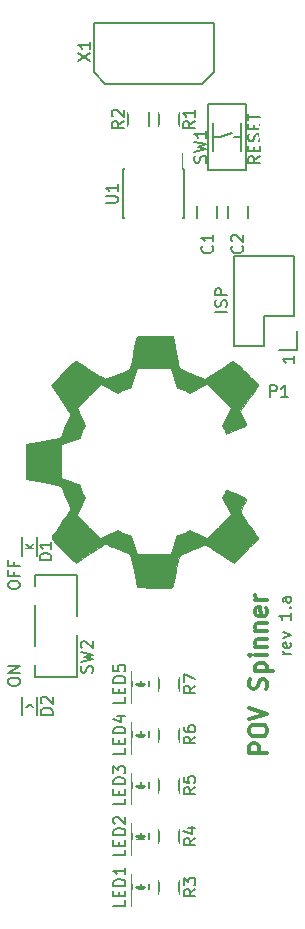
<source format=gto>
G04 #@! TF.GenerationSoftware,KiCad,Pcbnew,(2017-01-24 revision 0b6147e)-makepkg*
G04 #@! TF.CreationDate,2017-06-09T12:43:39-07:00*
G04 #@! TF.ProjectId,POVSpinner,504F565370696E6E65722E6B69636164,rev?*
G04 #@! TF.FileFunction,Legend,Top*
G04 #@! TF.FilePolarity,Positive*
%FSLAX46Y46*%
G04 Gerber Fmt 4.6, Leading zero omitted, Abs format (unit mm)*
G04 Created by KiCad (PCBNEW (2017-01-24 revision 0b6147e)-makepkg) date 06/09/17 12:43:39*
%MOMM*%
%LPD*%
G01*
G04 APERTURE LIST*
%ADD10C,0.100000*%
%ADD11C,0.150000*%
%ADD12C,0.300000*%
%ADD13C,0.010000*%
%ADD14C,0.127000*%
%ADD15C,0.007620*%
%ADD16C,0.152400*%
%ADD17R,1.000000X1.950000*%
%ADD18C,3.500000*%
%ADD19R,1.650000X1.400000*%
%ADD20R,1.100000X1.000000*%
%ADD21R,1.598880X1.598880*%
%ADD22R,1.700000X1.100000*%
%ADD23R,0.901700X1.303020*%
%ADD24R,1.800000X1.600000*%
%ADD25C,1.300000*%
%ADD26C,1.504000*%
%ADD27C,1.650006*%
%ADD28R,2.299920X2.299920*%
%ADD29R,0.652780X1.602740*%
%ADD30C,1.900000*%
%ADD31C,13.100000*%
%ADD32R,2.127200X2.127200*%
%ADD33O,2.127200X2.127200*%
G04 APERTURE END LIST*
D10*
D11*
X136432380Y-77134285D02*
X136432380Y-77705714D01*
X136432380Y-77420000D02*
X135432380Y-77420000D01*
X135575238Y-77515238D01*
X135670476Y-77610476D01*
X135718095Y-77705714D01*
X136132380Y-102398571D02*
X135465714Y-102398571D01*
X135656190Y-102398571D02*
X135560952Y-102350952D01*
X135513333Y-102303333D01*
X135465714Y-102208095D01*
X135465714Y-102112857D01*
X136084761Y-101398571D02*
X136132380Y-101493809D01*
X136132380Y-101684285D01*
X136084761Y-101779523D01*
X135989523Y-101827142D01*
X135608571Y-101827142D01*
X135513333Y-101779523D01*
X135465714Y-101684285D01*
X135465714Y-101493809D01*
X135513333Y-101398571D01*
X135608571Y-101350952D01*
X135703809Y-101350952D01*
X135799047Y-101827142D01*
X135465714Y-101017619D02*
X136132380Y-100779523D01*
X135465714Y-100541428D01*
X136132380Y-98874761D02*
X136132380Y-99446190D01*
X136132380Y-99160476D02*
X135132380Y-99160476D01*
X135275238Y-99255714D01*
X135370476Y-99350952D01*
X135418095Y-99446190D01*
X136037142Y-98446190D02*
X136084761Y-98398571D01*
X136132380Y-98446190D01*
X136084761Y-98493809D01*
X136037142Y-98446190D01*
X136132380Y-98446190D01*
X136132380Y-97541428D02*
X135608571Y-97541428D01*
X135513333Y-97589047D01*
X135465714Y-97684285D01*
X135465714Y-97874761D01*
X135513333Y-97970000D01*
X136084761Y-97541428D02*
X136132380Y-97636666D01*
X136132380Y-97874761D01*
X136084761Y-97970000D01*
X135989523Y-98017619D01*
X135894285Y-98017619D01*
X135799047Y-97970000D01*
X135751428Y-97874761D01*
X135751428Y-97636666D01*
X135703809Y-97541428D01*
D12*
X134118571Y-110767142D02*
X132618571Y-110767142D01*
X132618571Y-110195714D01*
X132690000Y-110052857D01*
X132761428Y-109981428D01*
X132904285Y-109910000D01*
X133118571Y-109910000D01*
X133261428Y-109981428D01*
X133332857Y-110052857D01*
X133404285Y-110195714D01*
X133404285Y-110767142D01*
X132618571Y-108981428D02*
X132618571Y-108695714D01*
X132690000Y-108552857D01*
X132832857Y-108410000D01*
X133118571Y-108338571D01*
X133618571Y-108338571D01*
X133904285Y-108410000D01*
X134047142Y-108552857D01*
X134118571Y-108695714D01*
X134118571Y-108981428D01*
X134047142Y-109124285D01*
X133904285Y-109267142D01*
X133618571Y-109338571D01*
X133118571Y-109338571D01*
X132832857Y-109267142D01*
X132690000Y-109124285D01*
X132618571Y-108981428D01*
X132618571Y-107910000D02*
X134118571Y-107410000D01*
X132618571Y-106910000D01*
X134047142Y-105338571D02*
X134118571Y-105124285D01*
X134118571Y-104767142D01*
X134047142Y-104624285D01*
X133975714Y-104552857D01*
X133832857Y-104481428D01*
X133690000Y-104481428D01*
X133547142Y-104552857D01*
X133475714Y-104624285D01*
X133404285Y-104767142D01*
X133332857Y-105052857D01*
X133261428Y-105195714D01*
X133190000Y-105267142D01*
X133047142Y-105338571D01*
X132904285Y-105338571D01*
X132761428Y-105267142D01*
X132690000Y-105195714D01*
X132618571Y-105052857D01*
X132618571Y-104695714D01*
X132690000Y-104481428D01*
X133118571Y-103838571D02*
X134618571Y-103838571D01*
X133190000Y-103838571D02*
X133118571Y-103695714D01*
X133118571Y-103410000D01*
X133190000Y-103267142D01*
X133261428Y-103195714D01*
X133404285Y-103124285D01*
X133832857Y-103124285D01*
X133975714Y-103195714D01*
X134047142Y-103267142D01*
X134118571Y-103410000D01*
X134118571Y-103695714D01*
X134047142Y-103838571D01*
X134118571Y-102481428D02*
X133118571Y-102481428D01*
X132618571Y-102481428D02*
X132690000Y-102552857D01*
X132761428Y-102481428D01*
X132690000Y-102410000D01*
X132618571Y-102481428D01*
X132761428Y-102481428D01*
X133118571Y-101767142D02*
X134118571Y-101767142D01*
X133261428Y-101767142D02*
X133190000Y-101695714D01*
X133118571Y-101552857D01*
X133118571Y-101338571D01*
X133190000Y-101195714D01*
X133332857Y-101124285D01*
X134118571Y-101124285D01*
X133118571Y-100410000D02*
X134118571Y-100410000D01*
X133261428Y-100410000D02*
X133190000Y-100338571D01*
X133118571Y-100195714D01*
X133118571Y-99981428D01*
X133190000Y-99838571D01*
X133332857Y-99767142D01*
X134118571Y-99767142D01*
X134047142Y-98481428D02*
X134118571Y-98624285D01*
X134118571Y-98910000D01*
X134047142Y-99052857D01*
X133904285Y-99124285D01*
X133332857Y-99124285D01*
X133190000Y-99052857D01*
X133118571Y-98910000D01*
X133118571Y-98624285D01*
X133190000Y-98481428D01*
X133332857Y-98410000D01*
X133475714Y-98410000D01*
X133618571Y-99124285D01*
X134118571Y-97767142D02*
X133118571Y-97767142D01*
X133404285Y-97767142D02*
X133261428Y-97695714D01*
X133190000Y-97624285D01*
X133118571Y-97481428D01*
X133118571Y-97338571D01*
D11*
X130712380Y-73416190D02*
X129712380Y-73416190D01*
X130664761Y-72987619D02*
X130712380Y-72844761D01*
X130712380Y-72606666D01*
X130664761Y-72511428D01*
X130617142Y-72463809D01*
X130521904Y-72416190D01*
X130426666Y-72416190D01*
X130331428Y-72463809D01*
X130283809Y-72511428D01*
X130236190Y-72606666D01*
X130188571Y-72797142D01*
X130140952Y-72892380D01*
X130093333Y-72940000D01*
X129998095Y-72987619D01*
X129902857Y-72987619D01*
X129807619Y-72940000D01*
X129760000Y-72892380D01*
X129712380Y-72797142D01*
X129712380Y-72559047D01*
X129760000Y-72416190D01*
X130712380Y-71987619D02*
X129712380Y-71987619D01*
X129712380Y-71606666D01*
X129760000Y-71511428D01*
X129807619Y-71463809D01*
X129902857Y-71416190D01*
X130045714Y-71416190D01*
X130140952Y-71463809D01*
X130188571Y-71511428D01*
X130236190Y-71606666D01*
X130236190Y-71987619D01*
X112192380Y-104797619D02*
X112192380Y-104607142D01*
X112240000Y-104511904D01*
X112335238Y-104416666D01*
X112525714Y-104369047D01*
X112859047Y-104369047D01*
X113049523Y-104416666D01*
X113144761Y-104511904D01*
X113192380Y-104607142D01*
X113192380Y-104797619D01*
X113144761Y-104892857D01*
X113049523Y-104988095D01*
X112859047Y-105035714D01*
X112525714Y-105035714D01*
X112335238Y-104988095D01*
X112240000Y-104892857D01*
X112192380Y-104797619D01*
X113192380Y-103940476D02*
X112192380Y-103940476D01*
X113192380Y-103369047D01*
X112192380Y-103369047D01*
X112192380Y-96607142D02*
X112192380Y-96416666D01*
X112240000Y-96321428D01*
X112335238Y-96226190D01*
X112525714Y-96178571D01*
X112859047Y-96178571D01*
X113049523Y-96226190D01*
X113144761Y-96321428D01*
X113192380Y-96416666D01*
X113192380Y-96607142D01*
X113144761Y-96702380D01*
X113049523Y-96797619D01*
X112859047Y-96845238D01*
X112525714Y-96845238D01*
X112335238Y-96797619D01*
X112240000Y-96702380D01*
X112192380Y-96607142D01*
X112668571Y-95416666D02*
X112668571Y-95750000D01*
X113192380Y-95750000D02*
X112192380Y-95750000D01*
X112192380Y-95273809D01*
X112668571Y-94559523D02*
X112668571Y-94892857D01*
X113192380Y-94892857D02*
X112192380Y-94892857D01*
X112192380Y-94416666D01*
X133512380Y-60232380D02*
X133036190Y-60565714D01*
X133512380Y-60803809D02*
X132512380Y-60803809D01*
X132512380Y-60422857D01*
X132560000Y-60327619D01*
X132607619Y-60280000D01*
X132702857Y-60232380D01*
X132845714Y-60232380D01*
X132940952Y-60280000D01*
X132988571Y-60327619D01*
X133036190Y-60422857D01*
X133036190Y-60803809D01*
X132988571Y-59803809D02*
X132988571Y-59470476D01*
X133512380Y-59327619D02*
X133512380Y-59803809D01*
X132512380Y-59803809D01*
X132512380Y-59327619D01*
X133464761Y-58946666D02*
X133512380Y-58803809D01*
X133512380Y-58565714D01*
X133464761Y-58470476D01*
X133417142Y-58422857D01*
X133321904Y-58375238D01*
X133226666Y-58375238D01*
X133131428Y-58422857D01*
X133083809Y-58470476D01*
X133036190Y-58565714D01*
X132988571Y-58756190D01*
X132940952Y-58851428D01*
X132893333Y-58899047D01*
X132798095Y-58946666D01*
X132702857Y-58946666D01*
X132607619Y-58899047D01*
X132560000Y-58851428D01*
X132512380Y-58756190D01*
X132512380Y-58518095D01*
X132560000Y-58375238D01*
X132988571Y-57946666D02*
X132988571Y-57613333D01*
X133512380Y-57470476D02*
X133512380Y-57946666D01*
X132512380Y-57946666D01*
X132512380Y-57470476D01*
X132512380Y-57184761D02*
X132512380Y-56613333D01*
X133512380Y-56899047D02*
X132512380Y-56899047D01*
X127075000Y-61325000D02*
X126930000Y-61325000D01*
X127075000Y-65475000D02*
X126930000Y-65475000D01*
X121925000Y-65475000D02*
X122070000Y-65475000D01*
X121925000Y-61325000D02*
X122070000Y-61325000D01*
X127075000Y-61325000D02*
X127075000Y-65475000D01*
X121925000Y-61325000D02*
X121925000Y-65475000D01*
X126930000Y-61325000D02*
X126930000Y-59925000D01*
D13*
G36*
X114702333Y-84423284D02*
X115150432Y-84337041D01*
X115587187Y-84250559D01*
X115958126Y-84174757D01*
X116180665Y-84126951D01*
X116642997Y-84023000D01*
X117045915Y-83091666D01*
X117203126Y-82721412D01*
X117332089Y-82404632D01*
X117419342Y-82175307D01*
X117451417Y-82067992D01*
X117405893Y-81970820D01*
X117278298Y-81760823D01*
X117084820Y-81463087D01*
X116841643Y-81102697D01*
X116649667Y-80825366D01*
X116381453Y-80437856D01*
X116151164Y-80097627D01*
X115974968Y-79829178D01*
X115869031Y-79657005D01*
X115845333Y-79606645D01*
X115902849Y-79521825D01*
X116059065Y-79345183D01*
X116289482Y-79101071D01*
X116569602Y-78813840D01*
X116874926Y-78507841D01*
X117180956Y-78207425D01*
X117463193Y-77936943D01*
X117697138Y-77720746D01*
X117858294Y-77583185D01*
X117918343Y-77546119D01*
X118014653Y-77591015D01*
X118225511Y-77715031D01*
X118525296Y-77902283D01*
X118888384Y-78136885D01*
X119147333Y-78308000D01*
X119542514Y-78565834D01*
X119896356Y-78786353D01*
X120181805Y-78953497D01*
X120371811Y-79051205D01*
X120430618Y-79069881D01*
X120559541Y-79038042D01*
X120803346Y-78953167D01*
X121122664Y-78831368D01*
X121478122Y-78688759D01*
X121830352Y-78541450D01*
X122139981Y-78405554D01*
X122367639Y-78297184D01*
X122472129Y-78234404D01*
X122510575Y-78131888D01*
X122572669Y-77893006D01*
X122651376Y-77547924D01*
X122739662Y-77126806D01*
X122791387Y-76865279D01*
X122882112Y-76414216D01*
X122967450Y-76021883D01*
X123040321Y-75718503D01*
X123093648Y-75534301D01*
X123112512Y-75494287D01*
X123215986Y-75473019D01*
X123459826Y-75457098D01*
X123815125Y-75447384D01*
X124252974Y-75444739D01*
X124652614Y-75448437D01*
X126123636Y-75471666D01*
X126382518Y-76826271D01*
X126641399Y-78180875D01*
X127765309Y-78625188D01*
X128889218Y-79069500D01*
X130035154Y-78302543D01*
X130424897Y-78046294D01*
X130767553Y-77829678D01*
X131037882Y-77667967D01*
X131210647Y-77576428D01*
X131259252Y-77561959D01*
X131350528Y-77628549D01*
X131534510Y-77787865D01*
X131786403Y-78016335D01*
X132081411Y-78290389D01*
X132394736Y-78586452D01*
X132701583Y-78880954D01*
X132977155Y-79150321D01*
X133196656Y-79370983D01*
X133335289Y-79519366D01*
X133371333Y-79569761D01*
X133324806Y-79657513D01*
X133196360Y-79857896D01*
X133002699Y-80145893D01*
X132760527Y-80496487D01*
X132601064Y-80723404D01*
X131830794Y-81812768D01*
X132108688Y-82387203D01*
X132237061Y-82666247D01*
X132323411Y-82880938D01*
X132352011Y-82991480D01*
X132349791Y-82997266D01*
X132261293Y-83040844D01*
X132047304Y-83133323D01*
X131739752Y-83261218D01*
X131370568Y-83411040D01*
X131363608Y-83413833D01*
X130414216Y-83794773D01*
X130061306Y-83146886D01*
X129665211Y-82541374D01*
X129151401Y-81938011D01*
X128563217Y-81378786D01*
X127944002Y-80905683D01*
X127444667Y-80612042D01*
X126458338Y-80209988D01*
X125451968Y-79974495D01*
X124436029Y-79905563D01*
X123420992Y-80003194D01*
X122417329Y-80267385D01*
X121602667Y-80612042D01*
X121040190Y-80951700D01*
X120459907Y-81405097D01*
X119905293Y-81930707D01*
X119419818Y-82487004D01*
X119046956Y-83032464D01*
X119021540Y-83077557D01*
X118597995Y-84009547D01*
X118334079Y-84970910D01*
X118227120Y-85944709D01*
X118274448Y-86914009D01*
X118473392Y-87861874D01*
X118821280Y-88771367D01*
X119315442Y-89625552D01*
X119953206Y-90407494D01*
X120218823Y-90669333D01*
X120810857Y-91170717D01*
X121407143Y-91562971D01*
X122071605Y-91884688D01*
X122511884Y-92053623D01*
X122810240Y-92156566D01*
X123057865Y-92228615D01*
X123296567Y-92275258D01*
X123568156Y-92301985D01*
X123914442Y-92314283D01*
X124377234Y-92317641D01*
X124523667Y-92317727D01*
X125024077Y-92315809D01*
X125396977Y-92306397D01*
X125684173Y-92284001D01*
X125927478Y-92243132D01*
X126168699Y-92178303D01*
X126449648Y-92084024D01*
X126535449Y-92053623D01*
X127253220Y-91762623D01*
X127866610Y-91426886D01*
X128440495Y-91006795D01*
X128863161Y-90632201D01*
X129132846Y-90353870D01*
X129419529Y-90017240D01*
X129700741Y-89653854D01*
X129954015Y-89295251D01*
X130156883Y-88972974D01*
X130286877Y-88718564D01*
X130323333Y-88582369D01*
X130374272Y-88451380D01*
X130396233Y-88432939D01*
X130502988Y-88443559D01*
X130725017Y-88510010D01*
X131024025Y-88616772D01*
X131361718Y-88748327D01*
X131699801Y-88889157D01*
X131999981Y-89023742D01*
X132223963Y-89136565D01*
X132333453Y-89212106D01*
X132337806Y-89219752D01*
X132314590Y-89336799D01*
X132223292Y-89549615D01*
X132100162Y-89782379D01*
X131966563Y-90042418D01*
X131885293Y-90253610D01*
X131873012Y-90360130D01*
X131934749Y-90464608D01*
X132076702Y-90679323D01*
X132280324Y-90976964D01*
X132527071Y-91330219D01*
X132642929Y-91493987D01*
X132898039Y-91855034D01*
X133114140Y-92164343D01*
X133274097Y-92397116D01*
X133360779Y-92528557D01*
X133371333Y-92548270D01*
X133314425Y-92614321D01*
X133156558Y-92779833D01*
X132917017Y-93025038D01*
X132615090Y-93330171D01*
X132324038Y-93621655D01*
X131276743Y-94666435D01*
X130124941Y-93895551D01*
X129733704Y-93636767D01*
X129389638Y-93414964D01*
X129118007Y-93245972D01*
X128944075Y-93145621D01*
X128894600Y-93124666D01*
X128769486Y-93155645D01*
X128527419Y-93238546D01*
X128206077Y-93358313D01*
X127843136Y-93499894D01*
X127476273Y-93648234D01*
X127143165Y-93788279D01*
X126881488Y-93904975D01*
X126728919Y-93983267D01*
X126709170Y-93997875D01*
X126658021Y-94114025D01*
X126586559Y-94363988D01*
X126503073Y-94714677D01*
X126415853Y-95133007D01*
X126387026Y-95283666D01*
X126303932Y-95722248D01*
X126228508Y-96109703D01*
X126167668Y-96411284D01*
X126128321Y-96592245D01*
X126121372Y-96619094D01*
X126093142Y-96672952D01*
X126029121Y-96711471D01*
X125905619Y-96736603D01*
X125698946Y-96750302D01*
X125385415Y-96754520D01*
X124941334Y-96751212D01*
X124580849Y-96746094D01*
X123084333Y-96723000D01*
X122892349Y-95749333D01*
X122806056Y-95312329D01*
X122722240Y-94888984D01*
X122651790Y-94534238D01*
X122613294Y-94341353D01*
X122526224Y-93907040D01*
X121492005Y-93473520D01*
X121103926Y-93312765D01*
X120772240Y-93178984D01*
X120527990Y-93084430D01*
X120402215Y-93041358D01*
X120393911Y-93040000D01*
X120305740Y-93084826D01*
X120101626Y-93209006D01*
X119805934Y-93397097D01*
X119443031Y-93633654D01*
X119131472Y-93840215D01*
X117932908Y-94640431D01*
X117206621Y-93974505D01*
X116736791Y-93539479D01*
X116382742Y-93200419D01*
X116131710Y-92943061D01*
X115970932Y-92753144D01*
X115887644Y-92616404D01*
X115869082Y-92518579D01*
X115876515Y-92488196D01*
X115942251Y-92372794D01*
X116088024Y-92147067D01*
X116295482Y-91838506D01*
X116546275Y-91474603D01*
X116692199Y-91266270D01*
X116953782Y-90889526D01*
X117176613Y-90558329D01*
X117343876Y-90298499D01*
X117438754Y-90135855D01*
X117454000Y-90096690D01*
X117422767Y-89993463D01*
X117339673Y-89773327D01*
X117220626Y-89474554D01*
X117081535Y-89135416D01*
X116938308Y-88794186D01*
X116806852Y-88489135D01*
X116703076Y-88258536D01*
X116642888Y-88140661D01*
X116638661Y-88135130D01*
X116548356Y-88108875D01*
X116318817Y-88058680D01*
X115977556Y-87990099D01*
X115552085Y-87908687D01*
X115145575Y-87833693D01*
X113686333Y-87568791D01*
X113686333Y-84615666D01*
X114702333Y-84423284D01*
X114702333Y-84423284D01*
G37*
X114702333Y-84423284D02*
X115150432Y-84337041D01*
X115587187Y-84250559D01*
X115958126Y-84174757D01*
X116180665Y-84126951D01*
X116642997Y-84023000D01*
X117045915Y-83091666D01*
X117203126Y-82721412D01*
X117332089Y-82404632D01*
X117419342Y-82175307D01*
X117451417Y-82067992D01*
X117405893Y-81970820D01*
X117278298Y-81760823D01*
X117084820Y-81463087D01*
X116841643Y-81102697D01*
X116649667Y-80825366D01*
X116381453Y-80437856D01*
X116151164Y-80097627D01*
X115974968Y-79829178D01*
X115869031Y-79657005D01*
X115845333Y-79606645D01*
X115902849Y-79521825D01*
X116059065Y-79345183D01*
X116289482Y-79101071D01*
X116569602Y-78813840D01*
X116874926Y-78507841D01*
X117180956Y-78207425D01*
X117463193Y-77936943D01*
X117697138Y-77720746D01*
X117858294Y-77583185D01*
X117918343Y-77546119D01*
X118014653Y-77591015D01*
X118225511Y-77715031D01*
X118525296Y-77902283D01*
X118888384Y-78136885D01*
X119147333Y-78308000D01*
X119542514Y-78565834D01*
X119896356Y-78786353D01*
X120181805Y-78953497D01*
X120371811Y-79051205D01*
X120430618Y-79069881D01*
X120559541Y-79038042D01*
X120803346Y-78953167D01*
X121122664Y-78831368D01*
X121478122Y-78688759D01*
X121830352Y-78541450D01*
X122139981Y-78405554D01*
X122367639Y-78297184D01*
X122472129Y-78234404D01*
X122510575Y-78131888D01*
X122572669Y-77893006D01*
X122651376Y-77547924D01*
X122739662Y-77126806D01*
X122791387Y-76865279D01*
X122882112Y-76414216D01*
X122967450Y-76021883D01*
X123040321Y-75718503D01*
X123093648Y-75534301D01*
X123112512Y-75494287D01*
X123215986Y-75473019D01*
X123459826Y-75457098D01*
X123815125Y-75447384D01*
X124252974Y-75444739D01*
X124652614Y-75448437D01*
X126123636Y-75471666D01*
X126382518Y-76826271D01*
X126641399Y-78180875D01*
X127765309Y-78625188D01*
X128889218Y-79069500D01*
X130035154Y-78302543D01*
X130424897Y-78046294D01*
X130767553Y-77829678D01*
X131037882Y-77667967D01*
X131210647Y-77576428D01*
X131259252Y-77561959D01*
X131350528Y-77628549D01*
X131534510Y-77787865D01*
X131786403Y-78016335D01*
X132081411Y-78290389D01*
X132394736Y-78586452D01*
X132701583Y-78880954D01*
X132977155Y-79150321D01*
X133196656Y-79370983D01*
X133335289Y-79519366D01*
X133371333Y-79569761D01*
X133324806Y-79657513D01*
X133196360Y-79857896D01*
X133002699Y-80145893D01*
X132760527Y-80496487D01*
X132601064Y-80723404D01*
X131830794Y-81812768D01*
X132108688Y-82387203D01*
X132237061Y-82666247D01*
X132323411Y-82880938D01*
X132352011Y-82991480D01*
X132349791Y-82997266D01*
X132261293Y-83040844D01*
X132047304Y-83133323D01*
X131739752Y-83261218D01*
X131370568Y-83411040D01*
X131363608Y-83413833D01*
X130414216Y-83794773D01*
X130061306Y-83146886D01*
X129665211Y-82541374D01*
X129151401Y-81938011D01*
X128563217Y-81378786D01*
X127944002Y-80905683D01*
X127444667Y-80612042D01*
X126458338Y-80209988D01*
X125451968Y-79974495D01*
X124436029Y-79905563D01*
X123420992Y-80003194D01*
X122417329Y-80267385D01*
X121602667Y-80612042D01*
X121040190Y-80951700D01*
X120459907Y-81405097D01*
X119905293Y-81930707D01*
X119419818Y-82487004D01*
X119046956Y-83032464D01*
X119021540Y-83077557D01*
X118597995Y-84009547D01*
X118334079Y-84970910D01*
X118227120Y-85944709D01*
X118274448Y-86914009D01*
X118473392Y-87861874D01*
X118821280Y-88771367D01*
X119315442Y-89625552D01*
X119953206Y-90407494D01*
X120218823Y-90669333D01*
X120810857Y-91170717D01*
X121407143Y-91562971D01*
X122071605Y-91884688D01*
X122511884Y-92053623D01*
X122810240Y-92156566D01*
X123057865Y-92228615D01*
X123296567Y-92275258D01*
X123568156Y-92301985D01*
X123914442Y-92314283D01*
X124377234Y-92317641D01*
X124523667Y-92317727D01*
X125024077Y-92315809D01*
X125396977Y-92306397D01*
X125684173Y-92284001D01*
X125927478Y-92243132D01*
X126168699Y-92178303D01*
X126449648Y-92084024D01*
X126535449Y-92053623D01*
X127253220Y-91762623D01*
X127866610Y-91426886D01*
X128440495Y-91006795D01*
X128863161Y-90632201D01*
X129132846Y-90353870D01*
X129419529Y-90017240D01*
X129700741Y-89653854D01*
X129954015Y-89295251D01*
X130156883Y-88972974D01*
X130286877Y-88718564D01*
X130323333Y-88582369D01*
X130374272Y-88451380D01*
X130396233Y-88432939D01*
X130502988Y-88443559D01*
X130725017Y-88510010D01*
X131024025Y-88616772D01*
X131361718Y-88748327D01*
X131699801Y-88889157D01*
X131999981Y-89023742D01*
X132223963Y-89136565D01*
X132333453Y-89212106D01*
X132337806Y-89219752D01*
X132314590Y-89336799D01*
X132223292Y-89549615D01*
X132100162Y-89782379D01*
X131966563Y-90042418D01*
X131885293Y-90253610D01*
X131873012Y-90360130D01*
X131934749Y-90464608D01*
X132076702Y-90679323D01*
X132280324Y-90976964D01*
X132527071Y-91330219D01*
X132642929Y-91493987D01*
X132898039Y-91855034D01*
X133114140Y-92164343D01*
X133274097Y-92397116D01*
X133360779Y-92528557D01*
X133371333Y-92548270D01*
X133314425Y-92614321D01*
X133156558Y-92779833D01*
X132917017Y-93025038D01*
X132615090Y-93330171D01*
X132324038Y-93621655D01*
X131276743Y-94666435D01*
X130124941Y-93895551D01*
X129733704Y-93636767D01*
X129389638Y-93414964D01*
X129118007Y-93245972D01*
X128944075Y-93145621D01*
X128894600Y-93124666D01*
X128769486Y-93155645D01*
X128527419Y-93238546D01*
X128206077Y-93358313D01*
X127843136Y-93499894D01*
X127476273Y-93648234D01*
X127143165Y-93788279D01*
X126881488Y-93904975D01*
X126728919Y-93983267D01*
X126709170Y-93997875D01*
X126658021Y-94114025D01*
X126586559Y-94363988D01*
X126503073Y-94714677D01*
X126415853Y-95133007D01*
X126387026Y-95283666D01*
X126303932Y-95722248D01*
X126228508Y-96109703D01*
X126167668Y-96411284D01*
X126128321Y-96592245D01*
X126121372Y-96619094D01*
X126093142Y-96672952D01*
X126029121Y-96711471D01*
X125905619Y-96736603D01*
X125698946Y-96750302D01*
X125385415Y-96754520D01*
X124941334Y-96751212D01*
X124580849Y-96746094D01*
X123084333Y-96723000D01*
X122892349Y-95749333D01*
X122806056Y-95312329D01*
X122722240Y-94888984D01*
X122651790Y-94534238D01*
X122613294Y-94341353D01*
X122526224Y-93907040D01*
X121492005Y-93473520D01*
X121103926Y-93312765D01*
X120772240Y-93178984D01*
X120527990Y-93084430D01*
X120402215Y-93041358D01*
X120393911Y-93040000D01*
X120305740Y-93084826D01*
X120101626Y-93209006D01*
X119805934Y-93397097D01*
X119443031Y-93633654D01*
X119131472Y-93840215D01*
X117932908Y-94640431D01*
X117206621Y-93974505D01*
X116736791Y-93539479D01*
X116382742Y-93200419D01*
X116131710Y-92943061D01*
X115970932Y-92753144D01*
X115887644Y-92616404D01*
X115869082Y-92518579D01*
X115876515Y-92488196D01*
X115942251Y-92372794D01*
X116088024Y-92147067D01*
X116295482Y-91838506D01*
X116546275Y-91474603D01*
X116692199Y-91266270D01*
X116953782Y-90889526D01*
X117176613Y-90558329D01*
X117343876Y-90298499D01*
X117438754Y-90135855D01*
X117454000Y-90096690D01*
X117422767Y-89993463D01*
X117339673Y-89773327D01*
X117220626Y-89474554D01*
X117081535Y-89135416D01*
X116938308Y-88794186D01*
X116806852Y-88489135D01*
X116703076Y-88258536D01*
X116642888Y-88140661D01*
X116638661Y-88135130D01*
X116548356Y-88108875D01*
X116318817Y-88058680D01*
X115977556Y-87990099D01*
X115552085Y-87908687D01*
X115145575Y-87833693D01*
X113686333Y-87568791D01*
X113686333Y-84615666D01*
X114702333Y-84423284D01*
D11*
X128200000Y-64430000D02*
X128200000Y-65430000D01*
X129900000Y-65430000D02*
X129900000Y-64430000D01*
X132480000Y-65420000D02*
X132480000Y-64420000D01*
X130780000Y-64420000D02*
X130780000Y-65420000D01*
X114600000Y-94031000D02*
X114600000Y-92481000D01*
X113400000Y-94031000D02*
X113400000Y-92481000D01*
X114000000Y-93377000D02*
X114381000Y-92996000D01*
X113619000Y-92996000D02*
X114000000Y-93377000D01*
X114381000Y-92996000D02*
X113619000Y-92996000D01*
X114381000Y-93504000D02*
X113619000Y-93504000D01*
X113619000Y-106496000D02*
X114381000Y-106496000D01*
X113619000Y-107004000D02*
X114381000Y-107004000D01*
X114381000Y-107004000D02*
X114000000Y-106623000D01*
X114000000Y-106623000D02*
X113619000Y-107004000D01*
X114600000Y-105969000D02*
X114600000Y-107519000D01*
X113400000Y-105969000D02*
X113400000Y-107519000D01*
X124150000Y-123700000D02*
X124150000Y-121000000D01*
X122650000Y-123700000D02*
X122650000Y-121000000D01*
X123550000Y-122200000D02*
X123300000Y-122200000D01*
X123300000Y-122200000D02*
X123450000Y-122350000D01*
X123050000Y-122450000D02*
X123750000Y-122450000D01*
X123400000Y-122100000D02*
X123400000Y-121750000D01*
X123400000Y-122450000D02*
X123050000Y-122100000D01*
X123050000Y-122100000D02*
X123750000Y-122100000D01*
X123750000Y-122100000D02*
X123400000Y-122450000D01*
X123750000Y-117800000D02*
X123400000Y-118150000D01*
X123050000Y-117800000D02*
X123750000Y-117800000D01*
X123400000Y-118150000D02*
X123050000Y-117800000D01*
X123400000Y-117800000D02*
X123400000Y-117450000D01*
X123050000Y-118150000D02*
X123750000Y-118150000D01*
X123300000Y-117900000D02*
X123450000Y-118050000D01*
X123550000Y-117900000D02*
X123300000Y-117900000D01*
X122650000Y-119400000D02*
X122650000Y-116700000D01*
X124150000Y-119400000D02*
X124150000Y-116700000D01*
X124150000Y-115100000D02*
X124150000Y-112400000D01*
X122650000Y-115100000D02*
X122650000Y-112400000D01*
X123550000Y-113600000D02*
X123300000Y-113600000D01*
X123300000Y-113600000D02*
X123450000Y-113750000D01*
X123050000Y-113850000D02*
X123750000Y-113850000D01*
X123400000Y-113500000D02*
X123400000Y-113150000D01*
X123400000Y-113850000D02*
X123050000Y-113500000D01*
X123050000Y-113500000D02*
X123750000Y-113500000D01*
X123750000Y-113500000D02*
X123400000Y-113850000D01*
X123750000Y-109200000D02*
X123400000Y-109550000D01*
X123050000Y-109200000D02*
X123750000Y-109200000D01*
X123400000Y-109550000D02*
X123050000Y-109200000D01*
X123400000Y-109200000D02*
X123400000Y-108850000D01*
X123050000Y-109550000D02*
X123750000Y-109550000D01*
X123300000Y-109300000D02*
X123450000Y-109450000D01*
X123550000Y-109300000D02*
X123300000Y-109300000D01*
X122650000Y-110800000D02*
X122650000Y-108100000D01*
X124150000Y-110800000D02*
X124150000Y-108100000D01*
X124150000Y-106500000D02*
X124150000Y-103800000D01*
X122650000Y-106500000D02*
X122650000Y-103800000D01*
X123550000Y-105000000D02*
X123300000Y-105000000D01*
X123300000Y-105000000D02*
X123450000Y-105150000D01*
X123050000Y-105250000D02*
X123750000Y-105250000D01*
X123400000Y-104900000D02*
X123400000Y-104550000D01*
X123400000Y-105250000D02*
X123050000Y-104900000D01*
X123050000Y-104900000D02*
X123750000Y-104900000D01*
X123750000Y-104900000D02*
X123400000Y-105250000D01*
X126675000Y-56500000D02*
X126675000Y-57700000D01*
X124925000Y-57700000D02*
X124925000Y-56500000D01*
X122325000Y-57700000D02*
X122325000Y-56500000D01*
X124075000Y-56500000D02*
X124075000Y-57700000D01*
X126675000Y-121500000D02*
X126675000Y-122700000D01*
X124925000Y-122700000D02*
X124925000Y-121500000D01*
X124925000Y-118400000D02*
X124925000Y-117200000D01*
X126675000Y-117200000D02*
X126675000Y-118400000D01*
X126675000Y-112900000D02*
X126675000Y-114100000D01*
X124925000Y-114100000D02*
X124925000Y-112900000D01*
X124925000Y-109800000D02*
X124925000Y-108600000D01*
X126675000Y-108600000D02*
X126675000Y-109800000D01*
X126675000Y-104300000D02*
X126675000Y-105500000D01*
X124925000Y-105500000D02*
X124925000Y-104300000D01*
D14*
X132337660Y-55820920D02*
X132337660Y-61419080D01*
X132337660Y-61419080D02*
X129142340Y-61419080D01*
X129142340Y-61419080D02*
X129142340Y-55820920D01*
X129142340Y-55820920D02*
X132337660Y-55820920D01*
X131938880Y-57421120D02*
X131938880Y-58620000D01*
X131938880Y-58620000D02*
X131938880Y-59818880D01*
X129541120Y-57421120D02*
X129541120Y-58620000D01*
X129541120Y-58620000D02*
X129541120Y-59818880D01*
X129541120Y-58620000D02*
X130140560Y-58620000D01*
X131938880Y-58620000D02*
X131339440Y-58620000D01*
X130140560Y-58620000D02*
X131138780Y-58221220D01*
D11*
X114472000Y-95682000D02*
X114472000Y-96698000D01*
X114472000Y-98222000D02*
X114472000Y-101778000D01*
X118028000Y-104318000D02*
X118028000Y-100635000D01*
X114472000Y-104318000D02*
X118028000Y-104318000D01*
X114472000Y-103175000D02*
X114472000Y-104318000D01*
X118028000Y-95682000D02*
X114472000Y-95682000D01*
X118028000Y-99365000D02*
X118028000Y-95682000D01*
D15*
X128048380Y-50750980D02*
X128048380Y-50052480D01*
D14*
X119420000Y-53097940D02*
X119420000Y-48945040D01*
X120420760Y-54098700D02*
X119420000Y-53097940D01*
X128579240Y-54098700D02*
X120420760Y-54098700D01*
X129580000Y-53097940D02*
X128579240Y-54098700D01*
X129580000Y-48945040D02*
X129580000Y-53097940D01*
X129580000Y-48945040D02*
X119420000Y-48945040D01*
D11*
X130956895Y-86080000D02*
G75*
G03X130956895Y-86080000I-6406895J0D01*
G01*
X136360000Y-73780000D02*
X136360000Y-68700000D01*
X136640000Y-76600000D02*
X135090000Y-76600000D01*
X133820000Y-76320000D02*
X133820000Y-73780000D01*
X133820000Y-73780000D02*
X136360000Y-73780000D01*
X136360000Y-68700000D02*
X131280000Y-68700000D01*
X131280000Y-68700000D02*
X131280000Y-73780000D01*
X136640000Y-76600000D02*
X136640000Y-75050000D01*
X131280000Y-76320000D02*
X133820000Y-76320000D01*
X131280000Y-73780000D02*
X131280000Y-76320000D01*
X120452380Y-64161904D02*
X121261904Y-64161904D01*
X121357142Y-64114285D01*
X121404761Y-64066666D01*
X121452380Y-63971428D01*
X121452380Y-63780952D01*
X121404761Y-63685714D01*
X121357142Y-63638095D01*
X121261904Y-63590476D01*
X120452380Y-63590476D01*
X121452380Y-62590476D02*
X121452380Y-63161904D01*
X121452380Y-62876190D02*
X120452380Y-62876190D01*
X120595238Y-62971428D01*
X120690476Y-63066666D01*
X120738095Y-63161904D01*
X129447142Y-67816666D02*
X129494761Y-67864285D01*
X129542380Y-68007142D01*
X129542380Y-68102380D01*
X129494761Y-68245238D01*
X129399523Y-68340476D01*
X129304285Y-68388095D01*
X129113809Y-68435714D01*
X128970952Y-68435714D01*
X128780476Y-68388095D01*
X128685238Y-68340476D01*
X128590000Y-68245238D01*
X128542380Y-68102380D01*
X128542380Y-68007142D01*
X128590000Y-67864285D01*
X128637619Y-67816666D01*
X129542380Y-66864285D02*
X129542380Y-67435714D01*
X129542380Y-67150000D02*
X128542380Y-67150000D01*
X128685238Y-67245238D01*
X128780476Y-67340476D01*
X128828095Y-67435714D01*
X131987142Y-67816666D02*
X132034761Y-67864285D01*
X132082380Y-68007142D01*
X132082380Y-68102380D01*
X132034761Y-68245238D01*
X131939523Y-68340476D01*
X131844285Y-68388095D01*
X131653809Y-68435714D01*
X131510952Y-68435714D01*
X131320476Y-68388095D01*
X131225238Y-68340476D01*
X131130000Y-68245238D01*
X131082380Y-68102380D01*
X131082380Y-68007142D01*
X131130000Y-67864285D01*
X131177619Y-67816666D01*
X131177619Y-67435714D02*
X131130000Y-67388095D01*
X131082380Y-67292857D01*
X131082380Y-67054761D01*
X131130000Y-66959523D01*
X131177619Y-66911904D01*
X131272857Y-66864285D01*
X131368095Y-66864285D01*
X131510952Y-66911904D01*
X132082380Y-67483333D01*
X132082380Y-66864285D01*
X115852380Y-94408095D02*
X114852380Y-94408095D01*
X114852380Y-94170000D01*
X114900000Y-94027142D01*
X114995238Y-93931904D01*
X115090476Y-93884285D01*
X115280952Y-93836666D01*
X115423809Y-93836666D01*
X115614285Y-93884285D01*
X115709523Y-93931904D01*
X115804761Y-94027142D01*
X115852380Y-94170000D01*
X115852380Y-94408095D01*
X115852380Y-92884285D02*
X115852380Y-93455714D01*
X115852380Y-93170000D02*
X114852380Y-93170000D01*
X114995238Y-93265238D01*
X115090476Y-93360476D01*
X115138095Y-93455714D01*
X115952380Y-107488095D02*
X114952380Y-107488095D01*
X114952380Y-107250000D01*
X115000000Y-107107142D01*
X115095238Y-107011904D01*
X115190476Y-106964285D01*
X115380952Y-106916666D01*
X115523809Y-106916666D01*
X115714285Y-106964285D01*
X115809523Y-107011904D01*
X115904761Y-107107142D01*
X115952380Y-107250000D01*
X115952380Y-107488095D01*
X115047619Y-106535714D02*
X115000000Y-106488095D01*
X114952380Y-106392857D01*
X114952380Y-106154761D01*
X115000000Y-106059523D01*
X115047619Y-106011904D01*
X115142857Y-105964285D01*
X115238095Y-105964285D01*
X115380952Y-106011904D01*
X115952380Y-106583333D01*
X115952380Y-105964285D01*
X122102380Y-123219047D02*
X122102380Y-123695238D01*
X121102380Y-123695238D01*
X121578571Y-122885714D02*
X121578571Y-122552380D01*
X122102380Y-122409523D02*
X122102380Y-122885714D01*
X121102380Y-122885714D01*
X121102380Y-122409523D01*
X122102380Y-121980952D02*
X121102380Y-121980952D01*
X121102380Y-121742857D01*
X121150000Y-121600000D01*
X121245238Y-121504761D01*
X121340476Y-121457142D01*
X121530952Y-121409523D01*
X121673809Y-121409523D01*
X121864285Y-121457142D01*
X121959523Y-121504761D01*
X122054761Y-121600000D01*
X122102380Y-121742857D01*
X122102380Y-121980952D01*
X122102380Y-120457142D02*
X122102380Y-121028571D01*
X122102380Y-120742857D02*
X121102380Y-120742857D01*
X121245238Y-120838095D01*
X121340476Y-120933333D01*
X121388095Y-121028571D01*
X122102380Y-118919047D02*
X122102380Y-119395238D01*
X121102380Y-119395238D01*
X121578571Y-118585714D02*
X121578571Y-118252380D01*
X122102380Y-118109523D02*
X122102380Y-118585714D01*
X121102380Y-118585714D01*
X121102380Y-118109523D01*
X122102380Y-117680952D02*
X121102380Y-117680952D01*
X121102380Y-117442857D01*
X121150000Y-117300000D01*
X121245238Y-117204761D01*
X121340476Y-117157142D01*
X121530952Y-117109523D01*
X121673809Y-117109523D01*
X121864285Y-117157142D01*
X121959523Y-117204761D01*
X122054761Y-117300000D01*
X122102380Y-117442857D01*
X122102380Y-117680952D01*
X121197619Y-116728571D02*
X121150000Y-116680952D01*
X121102380Y-116585714D01*
X121102380Y-116347619D01*
X121150000Y-116252380D01*
X121197619Y-116204761D01*
X121292857Y-116157142D01*
X121388095Y-116157142D01*
X121530952Y-116204761D01*
X122102380Y-116776190D01*
X122102380Y-116157142D01*
X122102380Y-114619047D02*
X122102380Y-115095238D01*
X121102380Y-115095238D01*
X121578571Y-114285714D02*
X121578571Y-113952380D01*
X122102380Y-113809523D02*
X122102380Y-114285714D01*
X121102380Y-114285714D01*
X121102380Y-113809523D01*
X122102380Y-113380952D02*
X121102380Y-113380952D01*
X121102380Y-113142857D01*
X121150000Y-113000000D01*
X121245238Y-112904761D01*
X121340476Y-112857142D01*
X121530952Y-112809523D01*
X121673809Y-112809523D01*
X121864285Y-112857142D01*
X121959523Y-112904761D01*
X122054761Y-113000000D01*
X122102380Y-113142857D01*
X122102380Y-113380952D01*
X121102380Y-112476190D02*
X121102380Y-111857142D01*
X121483333Y-112190476D01*
X121483333Y-112047619D01*
X121530952Y-111952380D01*
X121578571Y-111904761D01*
X121673809Y-111857142D01*
X121911904Y-111857142D01*
X122007142Y-111904761D01*
X122054761Y-111952380D01*
X122102380Y-112047619D01*
X122102380Y-112333333D01*
X122054761Y-112428571D01*
X122007142Y-112476190D01*
X122102380Y-110319047D02*
X122102380Y-110795238D01*
X121102380Y-110795238D01*
X121578571Y-109985714D02*
X121578571Y-109652380D01*
X122102380Y-109509523D02*
X122102380Y-109985714D01*
X121102380Y-109985714D01*
X121102380Y-109509523D01*
X122102380Y-109080952D02*
X121102380Y-109080952D01*
X121102380Y-108842857D01*
X121150000Y-108700000D01*
X121245238Y-108604761D01*
X121340476Y-108557142D01*
X121530952Y-108509523D01*
X121673809Y-108509523D01*
X121864285Y-108557142D01*
X121959523Y-108604761D01*
X122054761Y-108700000D01*
X122102380Y-108842857D01*
X122102380Y-109080952D01*
X121435714Y-107652380D02*
X122102380Y-107652380D01*
X121054761Y-107890476D02*
X121769047Y-108128571D01*
X121769047Y-107509523D01*
X122102380Y-106019047D02*
X122102380Y-106495238D01*
X121102380Y-106495238D01*
X121578571Y-105685714D02*
X121578571Y-105352380D01*
X122102380Y-105209523D02*
X122102380Y-105685714D01*
X121102380Y-105685714D01*
X121102380Y-105209523D01*
X122102380Y-104780952D02*
X121102380Y-104780952D01*
X121102380Y-104542857D01*
X121150000Y-104400000D01*
X121245238Y-104304761D01*
X121340476Y-104257142D01*
X121530952Y-104209523D01*
X121673809Y-104209523D01*
X121864285Y-104257142D01*
X121959523Y-104304761D01*
X122054761Y-104400000D01*
X122102380Y-104542857D01*
X122102380Y-104780952D01*
X121102380Y-103304761D02*
X121102380Y-103780952D01*
X121578571Y-103828571D01*
X121530952Y-103780952D01*
X121483333Y-103685714D01*
X121483333Y-103447619D01*
X121530952Y-103352380D01*
X121578571Y-103304761D01*
X121673809Y-103257142D01*
X121911904Y-103257142D01*
X122007142Y-103304761D01*
X122054761Y-103352380D01*
X122102380Y-103447619D01*
X122102380Y-103685714D01*
X122054761Y-103780952D01*
X122007142Y-103828571D01*
X127992380Y-57266666D02*
X127516190Y-57600000D01*
X127992380Y-57838095D02*
X126992380Y-57838095D01*
X126992380Y-57457142D01*
X127040000Y-57361904D01*
X127087619Y-57314285D01*
X127182857Y-57266666D01*
X127325714Y-57266666D01*
X127420952Y-57314285D01*
X127468571Y-57361904D01*
X127516190Y-57457142D01*
X127516190Y-57838095D01*
X127992380Y-56314285D02*
X127992380Y-56885714D01*
X127992380Y-56600000D02*
X126992380Y-56600000D01*
X127135238Y-56695238D01*
X127230476Y-56790476D01*
X127278095Y-56885714D01*
X121972380Y-57236666D02*
X121496190Y-57570000D01*
X121972380Y-57808095D02*
X120972380Y-57808095D01*
X120972380Y-57427142D01*
X121020000Y-57331904D01*
X121067619Y-57284285D01*
X121162857Y-57236666D01*
X121305714Y-57236666D01*
X121400952Y-57284285D01*
X121448571Y-57331904D01*
X121496190Y-57427142D01*
X121496190Y-57808095D01*
X121067619Y-56855714D02*
X121020000Y-56808095D01*
X120972380Y-56712857D01*
X120972380Y-56474761D01*
X121020000Y-56379523D01*
X121067619Y-56331904D01*
X121162857Y-56284285D01*
X121258095Y-56284285D01*
X121400952Y-56331904D01*
X121972380Y-56903333D01*
X121972380Y-56284285D01*
X128052380Y-122266666D02*
X127576190Y-122600000D01*
X128052380Y-122838095D02*
X127052380Y-122838095D01*
X127052380Y-122457142D01*
X127100000Y-122361904D01*
X127147619Y-122314285D01*
X127242857Y-122266666D01*
X127385714Y-122266666D01*
X127480952Y-122314285D01*
X127528571Y-122361904D01*
X127576190Y-122457142D01*
X127576190Y-122838095D01*
X127052380Y-121933333D02*
X127052380Y-121314285D01*
X127433333Y-121647619D01*
X127433333Y-121504761D01*
X127480952Y-121409523D01*
X127528571Y-121361904D01*
X127623809Y-121314285D01*
X127861904Y-121314285D01*
X127957142Y-121361904D01*
X128004761Y-121409523D01*
X128052380Y-121504761D01*
X128052380Y-121790476D01*
X128004761Y-121885714D01*
X127957142Y-121933333D01*
X128052380Y-117966666D02*
X127576190Y-118300000D01*
X128052380Y-118538095D02*
X127052380Y-118538095D01*
X127052380Y-118157142D01*
X127100000Y-118061904D01*
X127147619Y-118014285D01*
X127242857Y-117966666D01*
X127385714Y-117966666D01*
X127480952Y-118014285D01*
X127528571Y-118061904D01*
X127576190Y-118157142D01*
X127576190Y-118538095D01*
X127385714Y-117109523D02*
X128052380Y-117109523D01*
X127004761Y-117347619D02*
X127719047Y-117585714D01*
X127719047Y-116966666D01*
X128052380Y-113666666D02*
X127576190Y-114000000D01*
X128052380Y-114238095D02*
X127052380Y-114238095D01*
X127052380Y-113857142D01*
X127100000Y-113761904D01*
X127147619Y-113714285D01*
X127242857Y-113666666D01*
X127385714Y-113666666D01*
X127480952Y-113714285D01*
X127528571Y-113761904D01*
X127576190Y-113857142D01*
X127576190Y-114238095D01*
X127052380Y-112761904D02*
X127052380Y-113238095D01*
X127528571Y-113285714D01*
X127480952Y-113238095D01*
X127433333Y-113142857D01*
X127433333Y-112904761D01*
X127480952Y-112809523D01*
X127528571Y-112761904D01*
X127623809Y-112714285D01*
X127861904Y-112714285D01*
X127957142Y-112761904D01*
X128004761Y-112809523D01*
X128052380Y-112904761D01*
X128052380Y-113142857D01*
X128004761Y-113238095D01*
X127957142Y-113285714D01*
X128052380Y-109366666D02*
X127576190Y-109700000D01*
X128052380Y-109938095D02*
X127052380Y-109938095D01*
X127052380Y-109557142D01*
X127100000Y-109461904D01*
X127147619Y-109414285D01*
X127242857Y-109366666D01*
X127385714Y-109366666D01*
X127480952Y-109414285D01*
X127528571Y-109461904D01*
X127576190Y-109557142D01*
X127576190Y-109938095D01*
X127052380Y-108509523D02*
X127052380Y-108700000D01*
X127100000Y-108795238D01*
X127147619Y-108842857D01*
X127290476Y-108938095D01*
X127480952Y-108985714D01*
X127861904Y-108985714D01*
X127957142Y-108938095D01*
X128004761Y-108890476D01*
X128052380Y-108795238D01*
X128052380Y-108604761D01*
X128004761Y-108509523D01*
X127957142Y-108461904D01*
X127861904Y-108414285D01*
X127623809Y-108414285D01*
X127528571Y-108461904D01*
X127480952Y-108509523D01*
X127433333Y-108604761D01*
X127433333Y-108795238D01*
X127480952Y-108890476D01*
X127528571Y-108938095D01*
X127623809Y-108985714D01*
X128052380Y-105066666D02*
X127576190Y-105400000D01*
X128052380Y-105638095D02*
X127052380Y-105638095D01*
X127052380Y-105257142D01*
X127100000Y-105161904D01*
X127147619Y-105114285D01*
X127242857Y-105066666D01*
X127385714Y-105066666D01*
X127480952Y-105114285D01*
X127528571Y-105161904D01*
X127576190Y-105257142D01*
X127576190Y-105638095D01*
X127052380Y-104733333D02*
X127052380Y-104066666D01*
X128052380Y-104495238D01*
D16*
X128901238Y-60764666D02*
X128949619Y-60619523D01*
X128949619Y-60377619D01*
X128901238Y-60280857D01*
X128852857Y-60232476D01*
X128756095Y-60184095D01*
X128659333Y-60184095D01*
X128562571Y-60232476D01*
X128514190Y-60280857D01*
X128465809Y-60377619D01*
X128417428Y-60571142D01*
X128369047Y-60667904D01*
X128320666Y-60716285D01*
X128223904Y-60764666D01*
X128127142Y-60764666D01*
X128030380Y-60716285D01*
X127982000Y-60667904D01*
X127933619Y-60571142D01*
X127933619Y-60329238D01*
X127982000Y-60184095D01*
X127933619Y-59845428D02*
X128949619Y-59603523D01*
X128223904Y-59410000D01*
X128949619Y-59216476D01*
X127933619Y-58974571D01*
X128949619Y-58055333D02*
X128949619Y-58635904D01*
X128949619Y-58345619D02*
X127933619Y-58345619D01*
X128078761Y-58442380D01*
X128175523Y-58539142D01*
X128223904Y-58635904D01*
D11*
X119294761Y-103933333D02*
X119342380Y-103790476D01*
X119342380Y-103552380D01*
X119294761Y-103457142D01*
X119247142Y-103409523D01*
X119151904Y-103361904D01*
X119056666Y-103361904D01*
X118961428Y-103409523D01*
X118913809Y-103457142D01*
X118866190Y-103552380D01*
X118818571Y-103742857D01*
X118770952Y-103838095D01*
X118723333Y-103885714D01*
X118628095Y-103933333D01*
X118532857Y-103933333D01*
X118437619Y-103885714D01*
X118390000Y-103838095D01*
X118342380Y-103742857D01*
X118342380Y-103504761D01*
X118390000Y-103361904D01*
X118342380Y-103028571D02*
X119342380Y-102790476D01*
X118628095Y-102600000D01*
X119342380Y-102409523D01*
X118342380Y-102171428D01*
X118437619Y-101838095D02*
X118390000Y-101790476D01*
X118342380Y-101695238D01*
X118342380Y-101457142D01*
X118390000Y-101361904D01*
X118437619Y-101314285D01*
X118532857Y-101266666D01*
X118628095Y-101266666D01*
X118770952Y-101314285D01*
X119342380Y-101885714D01*
X119342380Y-101266666D01*
D16*
X118143619Y-52122476D02*
X119159619Y-51445142D01*
X118143619Y-51445142D02*
X119159619Y-52122476D01*
X119159619Y-50525904D02*
X119159619Y-51106476D01*
X119159619Y-50816190D02*
X118143619Y-50816190D01*
X118288761Y-50912952D01*
X118385523Y-51009714D01*
X118433904Y-51106476D01*
D11*
X134351904Y-80602380D02*
X134351904Y-79602380D01*
X134732857Y-79602380D01*
X134828095Y-79650000D01*
X134875714Y-79697619D01*
X134923333Y-79792857D01*
X134923333Y-79935714D01*
X134875714Y-80030952D01*
X134828095Y-80078571D01*
X134732857Y-80126190D01*
X134351904Y-80126190D01*
X135875714Y-80602380D02*
X135304285Y-80602380D01*
X135590000Y-80602380D02*
X135590000Y-79602380D01*
X135494761Y-79745238D01*
X135399523Y-79840476D01*
X135304285Y-79888095D01*
%LPC*%
D17*
X126405000Y-60700000D03*
X125135000Y-60700000D03*
X123865000Y-60700000D03*
X122595000Y-60700000D03*
X122595000Y-66100000D03*
X123865000Y-66100000D03*
X125135000Y-66100000D03*
X126405000Y-66100000D03*
D18*
X135155000Y-58200000D03*
X114045000Y-58200000D03*
X135155000Y-113900000D03*
X114045000Y-113900000D03*
D19*
X129050000Y-65930000D03*
X129050000Y-63930000D03*
X131630000Y-63920000D03*
X131630000Y-65920000D03*
D20*
X114000000Y-93950000D03*
X114000000Y-92550000D03*
X114000000Y-107450000D03*
X114000000Y-106050000D03*
D21*
X123400000Y-121050980D03*
X123400000Y-123149020D03*
X123400000Y-118849020D03*
X123400000Y-116750980D03*
X123400000Y-112450980D03*
X123400000Y-114549020D03*
X123400000Y-110249020D03*
X123400000Y-108150980D03*
X123400000Y-103850980D03*
X123400000Y-105949020D03*
D22*
X125800000Y-58050000D03*
X125800000Y-56150000D03*
X123200000Y-56150000D03*
X123200000Y-58050000D03*
X125800000Y-123050000D03*
X125800000Y-121150000D03*
X125800000Y-116850000D03*
X125800000Y-118750000D03*
X125800000Y-114450000D03*
X125800000Y-112550000D03*
X125800000Y-108250000D03*
X125800000Y-110150000D03*
X125800000Y-105850000D03*
X125800000Y-103950000D03*
D23*
X131814420Y-56547360D03*
X131814420Y-60692640D03*
X129665580Y-56547360D03*
X129665580Y-60692640D03*
D24*
X114042740Y-97493020D03*
X114042740Y-102493020D03*
X118442740Y-99993020D03*
D25*
X116242740Y-96593020D03*
X116242740Y-103393020D03*
D26*
X127002060Y-53070000D03*
X122002060Y-53070000D03*
D27*
X121070000Y-50400000D03*
X127930000Y-50400000D03*
D28*
X123301120Y-50395380D03*
X125698880Y-50395380D03*
D29*
X123202060Y-53070000D03*
X123852300Y-53070000D03*
X124500000Y-53070000D03*
X125147700Y-53070000D03*
X125797940Y-53070000D03*
D30*
X124550000Y-79222000D03*
D10*
G36*
X126577486Y-80172000D02*
X122522514Y-80172000D01*
X123155848Y-78272000D01*
X125944152Y-78272000D01*
X126577486Y-80172000D01*
X126577486Y-80172000D01*
G37*
D31*
X124550000Y-86080000D03*
D30*
X124550000Y-92938000D03*
D10*
G36*
X122522514Y-91988000D02*
X126577486Y-91988000D01*
X125944152Y-93888000D01*
X123155848Y-93888000D01*
X122522514Y-91988000D01*
X122522514Y-91988000D01*
G37*
D30*
X119724000Y-81254000D03*
D10*
G36*
X121829401Y-80492102D02*
X118962102Y-83359401D01*
X118066434Y-81568063D01*
X120038063Y-79596434D01*
X121829401Y-80492102D01*
X121829401Y-80492102D01*
G37*
D30*
X129376000Y-81254000D03*
D10*
G36*
X130137898Y-83359401D02*
X127270599Y-80492102D01*
X129061937Y-79596434D01*
X131033566Y-81568063D01*
X130137898Y-83359401D01*
X130137898Y-83359401D01*
G37*
D30*
X119724000Y-90906000D03*
D10*
G36*
X118962102Y-88800599D02*
X121829401Y-91667898D01*
X120038063Y-92563566D01*
X118066434Y-90591937D01*
X118962102Y-88800599D01*
X118962102Y-88800599D01*
G37*
D30*
X129376000Y-90906000D03*
D10*
G36*
X127270599Y-91667898D02*
X130137898Y-88800599D01*
X131033566Y-90591937D01*
X129061937Y-92563566D01*
X127270599Y-91667898D01*
X127270599Y-91667898D01*
G37*
D30*
X117692000Y-86080000D03*
D10*
G36*
X118642000Y-84052514D02*
X118642000Y-88107486D01*
X116742000Y-87474152D01*
X116742000Y-84685848D01*
X118642000Y-84052514D01*
X118642000Y-84052514D01*
G37*
D32*
X135090000Y-75050000D03*
D33*
X132550000Y-75050000D03*
X135090000Y-72510000D03*
X132550000Y-72510000D03*
X135090000Y-69970000D03*
X132550000Y-69970000D03*
M02*

</source>
